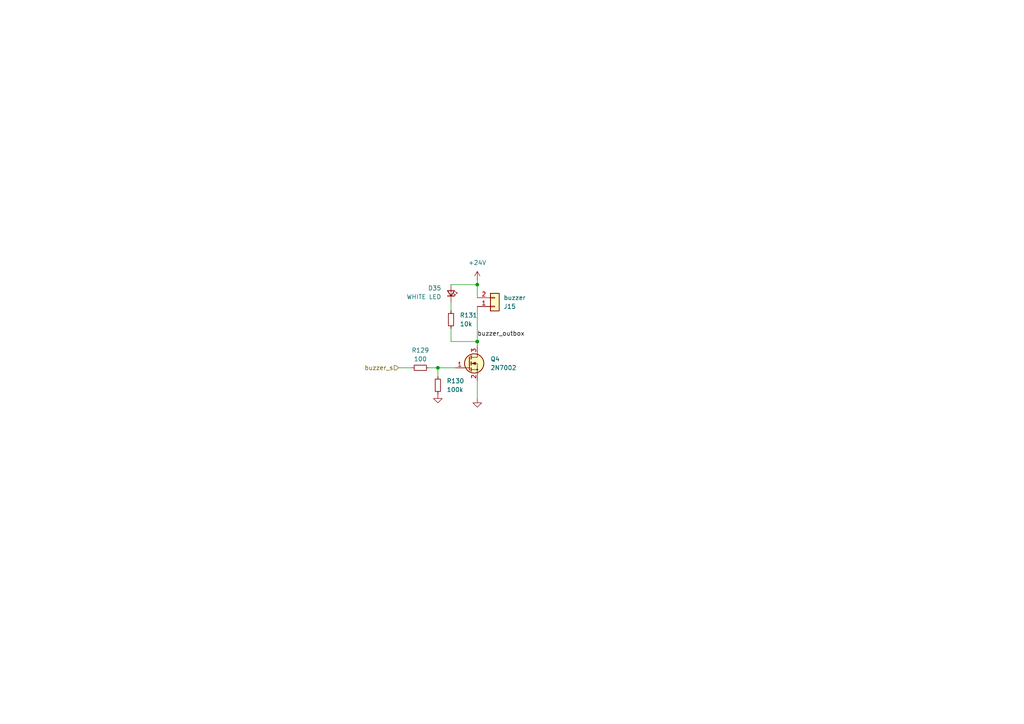
<source format=kicad_sch>
(kicad_sch (version 20250114) (generator "eeschema") (generator_version "9.0")
  (paper "A4")
  (lib_symbols
    (symbol "Connector_Generic:Conn_01x02" (pin_names (offset 1.016) (hide yes))
      (property "Reference" "J" (at 0 2.54 0))
      (property "Value" "Conn_01x02" (at 0 -5.08 0))
      (symbol "Conn_01x02_1_1"
        (rectangle (start -1.27 1.27) (end 1.27 -3.81) (stroke (width 0.254)) (fill (type background)))
        (rectangle (start -1.27 0.127) (end 0 -0.127) (stroke (width 0.1524)))
        (rectangle (start -1.27 -2.413) (end 0 -2.667) (stroke (width 0.1524)))
        (pin passive line (at -5.08 0 0) (length 3.81) (name "Pin_1") (number "1"))
        (pin passive line (at -5.08 -2.54 0) (length 3.81) (name "Pin_2") (number "2"))
      )
    )
    (symbol "Device:LED_Small" (pin_numbers (hide yes)) (pin_names (offset 0.254) (hide yes))
      (property "Reference" "D" (at -1.27 3.175 0))
      (property "Value" "LED_Small" (at -4.445 -2.54 0))
      (symbol "LED_Small_0_1"
        (polyline (pts (xy -0.762 -1.016) (xy -0.762 1.016)) (stroke (width 0.254)))
        (polyline (pts (xy 0 0.762) (xy -0.508 1.27) (xy -0.254 1.27) (xy -0.508 1.27) (xy -0.508 1.016)))
        (polyline (pts (xy 0.508 1.27) (xy 0 1.778) (xy 0.254 1.778) (xy 0 1.778) (xy 0 1.524)))
        (polyline (pts (xy 0.762 -1.016) (xy -0.762 0) (xy 0.762 1.016) (xy 0.762 -1.016)) (stroke (width 0.254)))
        (polyline (pts (xy 1.016 0) (xy -0.762 0)))
      )
      (symbol "LED_Small_1_1"
        (pin passive line (at -2.54 0 0) (length 1.778) (name "K") (number "1"))
        (pin passive line (at 2.54 0 180) (length 1.778) (name "A") (number "2"))
      )
    )
    (symbol "Device:R_Small" (pin_numbers (hide yes)) (pin_names (offset 0.254) (hide yes))
      (property "Reference" "R" (at 0.762 0.508 0))
      (property "Value" "R_Small" (at 0.762 -1.016 0))
      (symbol "R_Small_0_1"
        (rectangle (start -0.762 1.778) (end 0.762 -1.778) (stroke (width 0.2032)))
      )
      (symbol "R_Small_1_1"
        (pin passive line (at 0 2.54 270) (length 0.762) (name "~") (number "1"))
        (pin passive line (at 0 -2.54 90) (length 0.762) (name "~") (number "2"))
      )
    )
    (symbol "PCM_Transistor_MOSFET_AKL:2N7002" (pin_names (hide yes))
      (property "Reference" "Q" (at 5.08 1.27 0))
      (property "Value" "2N7002" (at 5.08 -1.27 0))
      (symbol "2N7002_0_1"
        (polyline (pts (xy 0.254 1.905) (xy 0.254 -1.905)) (stroke (width 0.254)))
        (polyline (pts (xy 0.254 -1.27) (xy -2.54 -1.27)))
        (polyline (pts (xy 0.762 2.286) (xy 0.762 1.27)) (stroke (width 0.254)))
        (polyline (pts (xy 0.762 0.508) (xy 0.762 -0.508)) (stroke (width 0.254)))
        (polyline (pts (xy 0.762 -1.27) (xy 0.762 -2.286)) (stroke (width 0.254)))
        (polyline (pts (xy 0.762 -1.778) (xy 2.54 -1.778)))
        (polyline (pts (xy 1.016 0) (xy 2.032 0.381) (xy 2.032 -0.381) (xy 1.016 0)) (fill (type outline)))
        (circle (center 1.651 0) (radius 2.794) (stroke (width 0.254)) (fill (type background)))
        (polyline (pts (xy 2.54 2.54) (xy 2.54 1.778)))
        (polyline (pts (xy 2.54 1.778) (xy 0.762 1.778)))
        (circle (center 2.54 -1.778) (radius 0.1778) (fill (type outline)))
        (polyline (pts (xy 2.54 -2.54) (xy 2.54 0) (xy 0.762 0)))
      )
      (symbol "2N7002_1_1"
        (pin input line (at -3.81 -1.27 0) (length 2.54) (name "G") (number "1"))
        (pin passive line (at 2.54 5.08 270) (length 2.54) (name "D") (number "3"))
        (pin passive line (at 2.54 -5.08 90) (length 2.54) (name "S") (number "2"))
      )
    )
    (symbol "power:+24V" (power) (pin_numbers (hide yes)) (pin_names (offset 0) (hide yes))
      (property "Value" "+24V" (at 0 3.556 0))
      (symbol "+24V_0_1"
        (polyline (pts (xy -0.762 1.27) (xy 0 2.54)))
        (polyline (pts (xy 0 2.54) (xy 0.762 1.27)))
        (polyline (pts (xy 0 0) (xy 0 2.54)))
      )
      (symbol "+24V_1_1"
        (pin power_in line (at 0 0 90) (length 0) (name "~") (number "1"))
      )
    )
    (symbol "power:GND" (power) (pin_numbers (hide yes)) (pin_names (offset 0) (hide yes))
      (property "Value" "GND" (at 0 -3.81 0))
      (symbol "GND_0_1"
        (polyline (pts (xy 0 0) (xy 0 -1.27) (xy 1.27 -1.27) (xy 0 -2.54) (xy -1.27 -1.27) (xy 0 -1.27)))
      )
      (symbol "GND_1_1"
        (pin power_in line (at 0 0 270) (length 0) (name "~") (number "1"))
      )
    )
  )
  (junction (at 138.43 99.06))
  (junction (at 127 106.68))
  (junction (at 138.43 82.55))
  (wire (pts (xy 138.43 88.9) (xy 138.43 99.06)))
  (wire (pts (xy 138.43 81.28) (xy 138.43 82.55)))
  (wire (pts (xy 130.81 87.63) (xy 130.81 90.17)))
  (wire (pts (xy 138.43 110.49) (xy 138.43 115.57)))
  (wire (pts (xy 138.43 82.55) (xy 138.43 86.36)))
  (wire (pts (xy 130.81 99.06) (xy 138.43 99.06)))
  (wire (pts (xy 115.57 106.68) (xy 119.38 106.68)))
  (wire (pts (xy 130.81 95.25) (xy 130.81 99.06)))
  (wire (pts (xy 127 109.22) (xy 127 106.68)))
  (wire (pts (xy 138.43 99.06) (xy 138.43 100.33)))
  (wire (pts (xy 130.81 82.55) (xy 138.43 82.55)))
  (wire (pts (xy 127 106.68) (xy 132.08 106.68)))
  (wire (pts (xy 124.46 106.68) (xy 127 106.68)))
  (label "buzzer_outbox" (at 138.43 97.79 0))
  (hierarchical_label "buzzer_s" (shape input) (at 115.57 106.68 180))
  (symbol (lib_id "Device:R_Small") (at 121.92 106.68 270) (unit 1)
    (property "Reference" "R129" (at 121.92 101.6 90))
    (property "Value" "100" (at 121.92 104.14 90))
    (property "Footprint" "Resistor_SMD:R_0402_1005Metric" (effects (hide yes)))
    (property "Description" "Resistor, small symbol" (effects (hide yes)))
  )
  (symbol (lib_id "Device:R_Small") (at 127 111.76 180) (unit 1)
    (property "Reference" "R130" (at 129.54 110.49 0) (effects (justify right)))
    (property "Value" "100k" (at 129.54 113.03 0) (effects (justify right)))
    (property "Footprint" "Resistor_SMD:R_0402_1005Metric" (effects (hide yes)))
    (property "Description" "Resistor, small symbol" (effects (hide yes)))
  )
  (symbol (lib_id "power:GND") (at 127 114.3 0) (unit 1)
    (property "Reference" "#PWR0202" (effects (hide yes)))
    (property "Value" "GND" (effects (hide yes)))
    (property "Description" "Power symbol creates a global label with name \"GND\" , ground" (effects (hide yes)))
  )
  (symbol (lib_id "Connector_Generic:Conn_01x02") (at 143.51 88.9 0) (mirror x) (unit 1)
    (property "Reference" "J15" (at 146.05 88.9 0) (effects (justify left)))
    (property "Value" "buzzer" (at 146.05 86.36 0) (effects (justify left)))
    (property "Footprint" "Connector_JST:JST_XH_B2B-XH-A_1x02_P2.50mm_Vertical" (effects (hide yes)))
    (property "Description" "Generic connector, single row, 01x02, script generated (kicad-library-utils/schlib/autogen/connector/)" (effects (hide yes)))
  )
  (symbol (lib_id "PCM_Transistor_MOSFET_AKL:2N7002") (at 135.89 105.41 0) (unit 1)
    (property "Reference" "Q4" (at 142.24 104.1399 0) (effects (justify left)))
    (property "Value" "2N7002" (at 142.24 106.6799 0) (effects (justify left)))
    (property "Footprint" "Package_TO_SOT_SMD:SOT-23" (effects (hide yes)))
    (property "Datasheet" "https://www.tme.eu/Document/7df5cae36abdfcedddb681f5be886f05/2N7000.pdf" (effects (hide yes)))
    (property "Description" "SOT-23 N-MOSFET enchancement mode transistor, 60V, 115mA, 200mW, Alternate KiCAD Library" (effects (hide yes)))
  )
  (symbol (lib_id "Device:LED_Small") (at 130.81 85.09 270) (mirror x) (unit 1)
    (property "Reference" "D35" (at 128.016 83.566 90) (effects (justify right)))
    (property "Value" "WHITE LED" (at 128.016 86.106 90) (effects (justify right)))
    (property "Footprint" "LED_SMD:LED_0603_1608Metric" (effects (hide yes)))
    (property "Description" "Light emitting diode, small symbol" (effects (hide yes)))
  )
  (symbol (lib_id "power:GND") (at 138.43 115.57 0) (unit 1)
    (property "Reference" "#PWR0204" (effects (hide yes)))
    (property "Value" "GND" (effects (hide yes)))
    (property "Description" "Power symbol creates a global label with name \"GND\" , ground" (effects (hide yes)))
  )
  (symbol (lib_id "power:+24V") (at 138.43 81.28 0) (unit 1)
    (property "Reference" "#PWR0203" (effects (hide yes)))
    (property "Value" "+24V" (at 138.43 76.2 0))
    (property "Description" "Power symbol creates a global label with name \"+24V\"" (effects (hide yes)))
  )
  (symbol (lib_id "Device:R_Small") (at 130.81 92.71 180) (unit 1)
    (property "Reference" "R131" (at 133.35 91.44 0) (effects (justify right)))
    (property "Value" "10k" (at 133.35 93.98 0) (effects (justify right)))
    (property "Footprint" "Resistor_SMD:R_0402_1005Metric" (effects (hide yes)))
    (property "Description" "Resistor, small symbol" (effects (hide yes)))
  )
)
</source>
